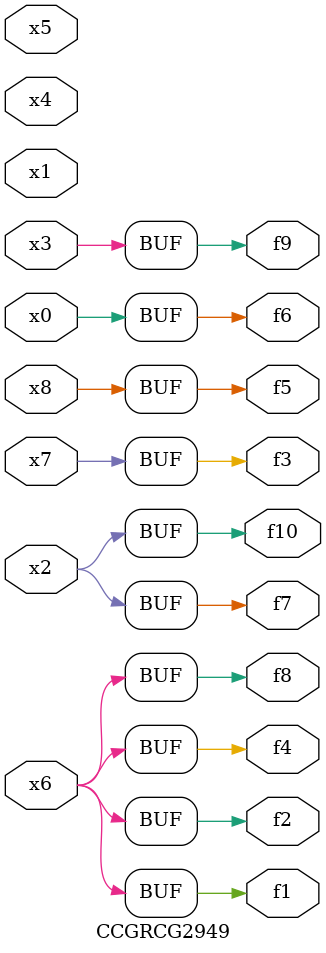
<source format=v>
module CCGRCG2949(
	input x0, x1, x2, x3, x4, x5, x6, x7, x8,
	output f1, f2, f3, f4, f5, f6, f7, f8, f9, f10
);
	assign f1 = x6;
	assign f2 = x6;
	assign f3 = x7;
	assign f4 = x6;
	assign f5 = x8;
	assign f6 = x0;
	assign f7 = x2;
	assign f8 = x6;
	assign f9 = x3;
	assign f10 = x2;
endmodule

</source>
